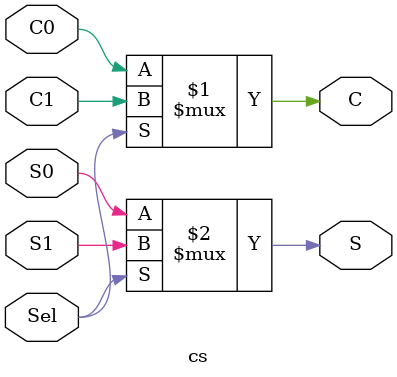
<source format=v>
`timescale 1ns / 1ps

module cs(
	input wire C1,
	input wire S1,
	input wire C0,
	input wire S0,
	input wire Sel,
	output wire C,
	output wire S
	);

	assign C = Sel ? C1 : C0;
	assign S = Sel ? S1 : S0;

endmodule

</source>
